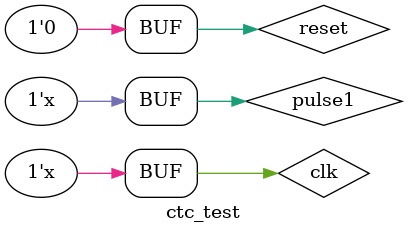
<source format=v>
`timescale 1ns / 1ps


module ctc_test(

    );
    reg clk = 1;
    reg reset;
    reg pulse1 = 1;
    always #5 clk = ~clk;
    always #10 pulse1 = ~pulse1;
    initial
    begin
    reset = 0;
    #1 reset = 1;
    #5 reset = 0;
    end
    wire[31:0] Instruction_if,Instruction_id;
    wire[4:0] ALUCode_id;
    wire[31:0] ALUa_ex;
    wire[31:0] ALUb_ex;
    wire[31:0] ALUResult_ex;
    wire cnt0,cnt1;
    m_MIPS_CPU MIPS_CPU(
     .clk(clk),
     .rst(reset),
     .Instruction(Instruction_if),
     .Instruction2(Instruction_id),
     .ALUCode(ALUCode_id),
     .ALU_a(ALUa_ex),
     .ALU_b(ALUb_ex),
     .aluresult_ex(ALUResult_ex),
     .pulse1(pulse1),
     .cnt0(cnt0),
     .cnt1(cnt1)
     );
endmodule

</source>
